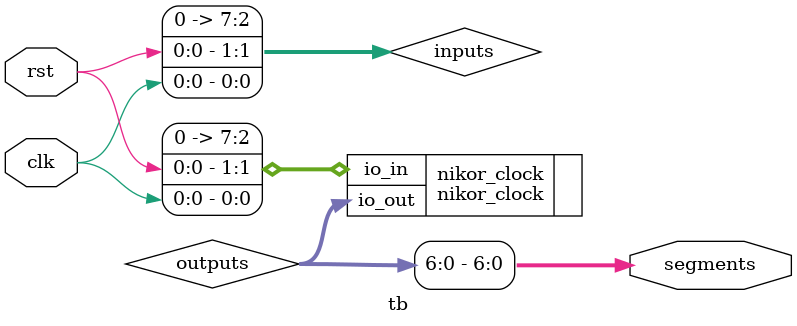
<source format=v>
`default_nettype none
`timescale 1ns/1ps

/*
this testbench just instantiates the module and makes some convenient wires
that can be driven / tested by the cocotb test.py
*/

module tb (
    // testbench is controlled by test.py
    input clk,
    input rst,
    output [6:0] segments
   );

    // this part dumps the trace to a vcd file that can be viewed with GTKWave
    initial begin
        $dumpfile ("tb.vcd");
        $dumpvars (0, tb);
        #1;
    end

    // wire up the inputs and outputs
    wire [7:0] inputs = {6'b0, rst, clk};
    wire [7:0] outputs;
    assign segments = outputs[6:0];

    // instantiate the DUT
    nikor_clock nikor_clock(
        `ifdef GL_TEST
            .vccd1( 1'b1),
            .vssd1( 1'b0),
        `endif
        .io_in  (inputs),
        .io_out (outputs)
        );

endmodule

</source>
